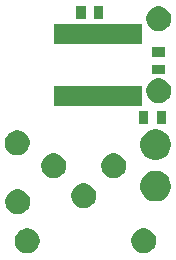
<source format=gbr>
G04 #@! TF.GenerationSoftware,KiCad,Pcbnew,(5.1.5-0-10_14)*
G04 #@! TF.CreationDate,2021-10-06T22:58:41+01:00*
G04 #@! TF.ProjectId,throwie,7468726f-7769-4652-9e6b-696361645f70,rev?*
G04 #@! TF.SameCoordinates,Original*
G04 #@! TF.FileFunction,Soldermask,Bot*
G04 #@! TF.FilePolarity,Negative*
%FSLAX46Y46*%
G04 Gerber Fmt 4.6, Leading zero omitted, Abs format (unit mm)*
G04 Created by KiCad (PCBNEW (5.1.5-0-10_14)) date 2021-10-06 22:58:41*
%MOMM*%
%LPD*%
G04 APERTURE LIST*
%ADD10C,0.100000*%
G04 APERTURE END LIST*
D10*
G36*
X54465708Y-86371837D02*
G01*
X54656977Y-86451063D01*
X54656979Y-86451064D01*
X54829117Y-86566083D01*
X54975509Y-86712475D01*
X55086220Y-86878165D01*
X55090529Y-86884615D01*
X55169755Y-87075884D01*
X55210144Y-87278932D01*
X55210144Y-87485964D01*
X55169755Y-87689012D01*
X55093200Y-87873833D01*
X55090528Y-87880283D01*
X54975509Y-88052421D01*
X54829117Y-88198813D01*
X54656979Y-88313832D01*
X54656978Y-88313833D01*
X54656977Y-88313833D01*
X54465708Y-88393059D01*
X54262660Y-88433448D01*
X54055628Y-88433448D01*
X53852580Y-88393059D01*
X53661311Y-88313833D01*
X53661310Y-88313833D01*
X53661309Y-88313832D01*
X53489171Y-88198813D01*
X53342779Y-88052421D01*
X53227760Y-87880283D01*
X53225088Y-87873833D01*
X53148533Y-87689012D01*
X53108144Y-87485964D01*
X53108144Y-87278932D01*
X53148533Y-87075884D01*
X53227759Y-86884615D01*
X53232069Y-86878165D01*
X53342779Y-86712475D01*
X53489171Y-86566083D01*
X53661309Y-86451064D01*
X53661311Y-86451063D01*
X53852580Y-86371837D01*
X54055628Y-86331448D01*
X54262660Y-86331448D01*
X54465708Y-86371837D01*
G37*
G36*
X64314564Y-86365389D02*
G01*
X64505833Y-86444615D01*
X64505835Y-86444616D01*
X64515485Y-86451064D01*
X64677973Y-86559635D01*
X64824365Y-86706027D01*
X64939385Y-86878167D01*
X65018611Y-87069436D01*
X65059000Y-87272484D01*
X65059000Y-87479516D01*
X65018611Y-87682564D01*
X64939385Y-87873833D01*
X64939384Y-87873835D01*
X64824365Y-88045973D01*
X64677973Y-88192365D01*
X64505835Y-88307384D01*
X64505834Y-88307385D01*
X64505833Y-88307385D01*
X64314564Y-88386611D01*
X64111516Y-88427000D01*
X63904484Y-88427000D01*
X63701436Y-88386611D01*
X63510167Y-88307385D01*
X63510166Y-88307385D01*
X63510165Y-88307384D01*
X63338027Y-88192365D01*
X63191635Y-88045973D01*
X63076616Y-87873835D01*
X63076615Y-87873833D01*
X62997389Y-87682564D01*
X62957000Y-87479516D01*
X62957000Y-87272484D01*
X62997389Y-87069436D01*
X63076615Y-86878167D01*
X63191635Y-86706027D01*
X63338027Y-86559635D01*
X63500515Y-86451064D01*
X63510165Y-86444616D01*
X63510167Y-86444615D01*
X63701436Y-86365389D01*
X63904484Y-86325000D01*
X64111516Y-86325000D01*
X64314564Y-86365389D01*
G37*
G36*
X53646564Y-83063389D02*
G01*
X53837833Y-83142615D01*
X53837835Y-83142616D01*
X54009973Y-83257635D01*
X54156365Y-83404027D01*
X54271385Y-83576167D01*
X54350611Y-83767436D01*
X54391000Y-83970484D01*
X54391000Y-84177516D01*
X54350611Y-84380564D01*
X54302222Y-84497385D01*
X54271384Y-84571835D01*
X54156365Y-84743973D01*
X54009973Y-84890365D01*
X53837835Y-85005384D01*
X53837834Y-85005385D01*
X53837833Y-85005385D01*
X53646564Y-85084611D01*
X53443516Y-85125000D01*
X53236484Y-85125000D01*
X53033436Y-85084611D01*
X52842167Y-85005385D01*
X52842166Y-85005385D01*
X52842165Y-85005384D01*
X52670027Y-84890365D01*
X52523635Y-84743973D01*
X52408616Y-84571835D01*
X52377778Y-84497385D01*
X52329389Y-84380564D01*
X52289000Y-84177516D01*
X52289000Y-83970484D01*
X52329389Y-83767436D01*
X52408615Y-83576167D01*
X52523635Y-83404027D01*
X52670027Y-83257635D01*
X52842165Y-83142616D01*
X52842167Y-83142615D01*
X53033436Y-83063389D01*
X53236484Y-83023000D01*
X53443516Y-83023000D01*
X53646564Y-83063389D01*
G37*
G36*
X59234564Y-82555389D02*
G01*
X59390218Y-82619863D01*
X59425835Y-82634616D01*
X59597973Y-82749635D01*
X59744365Y-82896027D01*
X59856193Y-83063389D01*
X59859385Y-83068167D01*
X59938611Y-83259436D01*
X59979000Y-83462484D01*
X59979000Y-83669516D01*
X59938611Y-83872564D01*
X59898051Y-83970484D01*
X59859384Y-84063835D01*
X59744365Y-84235973D01*
X59597973Y-84382365D01*
X59425835Y-84497384D01*
X59425834Y-84497385D01*
X59425833Y-84497385D01*
X59234564Y-84576611D01*
X59031516Y-84617000D01*
X58824484Y-84617000D01*
X58621436Y-84576611D01*
X58430167Y-84497385D01*
X58430166Y-84497385D01*
X58430165Y-84497384D01*
X58258027Y-84382365D01*
X58111635Y-84235973D01*
X57996616Y-84063835D01*
X57957949Y-83970484D01*
X57917389Y-83872564D01*
X57877000Y-83669516D01*
X57877000Y-83462484D01*
X57917389Y-83259436D01*
X57996615Y-83068167D01*
X57999808Y-83063389D01*
X58111635Y-82896027D01*
X58258027Y-82749635D01*
X58430165Y-82634616D01*
X58465782Y-82619863D01*
X58621436Y-82555389D01*
X58824484Y-82515000D01*
X59031516Y-82515000D01*
X59234564Y-82555389D01*
G37*
G36*
X65403487Y-81496996D02*
G01*
X65640253Y-81595068D01*
X65640255Y-81595069D01*
X65853339Y-81737447D01*
X66034553Y-81918661D01*
X66140352Y-82077000D01*
X66176932Y-82131747D01*
X66275004Y-82368513D01*
X66325000Y-82619861D01*
X66325000Y-82876139D01*
X66275004Y-83127487D01*
X66176932Y-83364253D01*
X66176931Y-83364255D01*
X66034553Y-83577339D01*
X65853339Y-83758553D01*
X65640255Y-83900931D01*
X65640254Y-83900932D01*
X65640253Y-83900932D01*
X65403487Y-83999004D01*
X65152139Y-84049000D01*
X64895861Y-84049000D01*
X64644513Y-83999004D01*
X64407747Y-83900932D01*
X64407746Y-83900932D01*
X64407745Y-83900931D01*
X64194661Y-83758553D01*
X64013447Y-83577339D01*
X63871069Y-83364255D01*
X63871068Y-83364253D01*
X63772996Y-83127487D01*
X63723000Y-82876139D01*
X63723000Y-82619861D01*
X63772996Y-82368513D01*
X63871068Y-82131747D01*
X63907649Y-82077000D01*
X64013447Y-81918661D01*
X64194661Y-81737447D01*
X64407745Y-81595069D01*
X64407747Y-81595068D01*
X64644513Y-81496996D01*
X64895861Y-81447000D01*
X65152139Y-81447000D01*
X65403487Y-81496996D01*
G37*
G36*
X61774564Y-80015389D02*
G01*
X61941932Y-80084715D01*
X61965835Y-80094616D01*
X62137973Y-80209635D01*
X62284365Y-80356027D01*
X62379899Y-80499003D01*
X62399385Y-80528167D01*
X62478611Y-80719436D01*
X62519000Y-80922484D01*
X62519000Y-81129516D01*
X62478611Y-81332564D01*
X62431210Y-81447000D01*
X62399384Y-81523835D01*
X62284365Y-81695973D01*
X62137973Y-81842365D01*
X61965835Y-81957384D01*
X61965834Y-81957385D01*
X61965833Y-81957385D01*
X61774564Y-82036611D01*
X61571516Y-82077000D01*
X61364484Y-82077000D01*
X61161436Y-82036611D01*
X60970167Y-81957385D01*
X60970166Y-81957385D01*
X60970165Y-81957384D01*
X60798027Y-81842365D01*
X60651635Y-81695973D01*
X60536616Y-81523835D01*
X60504790Y-81447000D01*
X60457389Y-81332564D01*
X60417000Y-81129516D01*
X60417000Y-80922484D01*
X60457389Y-80719436D01*
X60536615Y-80528167D01*
X60556102Y-80499003D01*
X60651635Y-80356027D01*
X60798027Y-80209635D01*
X60970165Y-80094616D01*
X60994068Y-80084715D01*
X61161436Y-80015389D01*
X61364484Y-79975000D01*
X61571516Y-79975000D01*
X61774564Y-80015389D01*
G37*
G36*
X56694564Y-80015389D02*
G01*
X56861932Y-80084715D01*
X56885835Y-80094616D01*
X57057973Y-80209635D01*
X57204365Y-80356027D01*
X57299899Y-80499003D01*
X57319385Y-80528167D01*
X57398611Y-80719436D01*
X57439000Y-80922484D01*
X57439000Y-81129516D01*
X57398611Y-81332564D01*
X57351210Y-81447000D01*
X57319384Y-81523835D01*
X57204365Y-81695973D01*
X57057973Y-81842365D01*
X56885835Y-81957384D01*
X56885834Y-81957385D01*
X56885833Y-81957385D01*
X56694564Y-82036611D01*
X56491516Y-82077000D01*
X56284484Y-82077000D01*
X56081436Y-82036611D01*
X55890167Y-81957385D01*
X55890166Y-81957385D01*
X55890165Y-81957384D01*
X55718027Y-81842365D01*
X55571635Y-81695973D01*
X55456616Y-81523835D01*
X55424790Y-81447000D01*
X55377389Y-81332564D01*
X55337000Y-81129516D01*
X55337000Y-80922484D01*
X55377389Y-80719436D01*
X55456615Y-80528167D01*
X55476102Y-80499003D01*
X55571635Y-80356027D01*
X55718027Y-80209635D01*
X55890165Y-80094616D01*
X55914068Y-80084715D01*
X56081436Y-80015389D01*
X56284484Y-79975000D01*
X56491516Y-79975000D01*
X56694564Y-80015389D01*
G37*
G36*
X65403487Y-77996996D02*
G01*
X65640253Y-78095068D01*
X65640255Y-78095069D01*
X65853339Y-78237447D01*
X66034553Y-78418661D01*
X66139865Y-78576271D01*
X66176932Y-78631747D01*
X66275004Y-78868513D01*
X66325000Y-79119861D01*
X66325000Y-79376139D01*
X66275004Y-79627487D01*
X66176932Y-79864253D01*
X66176931Y-79864255D01*
X66034553Y-80077339D01*
X65853339Y-80258553D01*
X65640255Y-80400931D01*
X65640254Y-80400932D01*
X65640253Y-80400932D01*
X65403487Y-80499004D01*
X65152139Y-80549000D01*
X64895861Y-80549000D01*
X64644513Y-80499004D01*
X64407747Y-80400932D01*
X64407746Y-80400932D01*
X64407745Y-80400931D01*
X64194661Y-80258553D01*
X64013447Y-80077339D01*
X63871069Y-79864255D01*
X63871068Y-79864253D01*
X63772996Y-79627487D01*
X63723000Y-79376139D01*
X63723000Y-79119861D01*
X63772996Y-78868513D01*
X63871068Y-78631747D01*
X63908136Y-78576271D01*
X64013447Y-78418661D01*
X64194661Y-78237447D01*
X64407745Y-78095069D01*
X64407747Y-78095068D01*
X64644513Y-77996996D01*
X64895861Y-77947000D01*
X65152139Y-77947000D01*
X65403487Y-77996996D01*
G37*
G36*
X53614285Y-78063493D02*
G01*
X53805554Y-78142719D01*
X53805556Y-78142720D01*
X53947325Y-78237447D01*
X53977694Y-78257739D01*
X54124086Y-78404131D01*
X54239106Y-78576271D01*
X54318332Y-78767540D01*
X54358721Y-78970588D01*
X54358721Y-79177620D01*
X54318332Y-79380668D01*
X54239106Y-79571937D01*
X54239105Y-79571939D01*
X54124086Y-79744077D01*
X53977694Y-79890469D01*
X53805556Y-80005488D01*
X53805555Y-80005489D01*
X53805554Y-80005489D01*
X53614285Y-80084715D01*
X53411237Y-80125104D01*
X53204205Y-80125104D01*
X53001157Y-80084715D01*
X52809888Y-80005489D01*
X52809887Y-80005489D01*
X52809886Y-80005488D01*
X52637748Y-79890469D01*
X52491356Y-79744077D01*
X52376337Y-79571939D01*
X52376336Y-79571937D01*
X52297110Y-79380668D01*
X52256721Y-79177620D01*
X52256721Y-78970588D01*
X52297110Y-78767540D01*
X52376336Y-78576271D01*
X52491356Y-78404131D01*
X52637748Y-78257739D01*
X52668117Y-78237447D01*
X52809886Y-78142720D01*
X52809888Y-78142719D01*
X53001157Y-78063493D01*
X53204205Y-78023104D01*
X53411237Y-78023104D01*
X53614285Y-78063493D01*
G37*
G36*
X65909000Y-77513000D02*
G01*
X65107000Y-77513000D01*
X65107000Y-76411000D01*
X65909000Y-76411000D01*
X65909000Y-77513000D01*
G37*
G36*
X64409000Y-77513000D02*
G01*
X63607000Y-77513000D01*
X63607000Y-76411000D01*
X64409000Y-76411000D01*
X64409000Y-77513000D01*
G37*
G36*
X63893000Y-76001000D02*
G01*
X56391000Y-76001000D01*
X56391000Y-74299000D01*
X63893000Y-74299000D01*
X63893000Y-76001000D01*
G37*
G36*
X65584564Y-73665389D02*
G01*
X65775833Y-73744615D01*
X65775835Y-73744616D01*
X65947973Y-73859635D01*
X66094365Y-74006027D01*
X66209385Y-74178167D01*
X66288611Y-74369436D01*
X66329000Y-74572484D01*
X66329000Y-74779516D01*
X66288611Y-74982564D01*
X66209385Y-75173833D01*
X66209384Y-75173835D01*
X66094365Y-75345973D01*
X65947973Y-75492365D01*
X65775835Y-75607384D01*
X65775834Y-75607385D01*
X65775833Y-75607385D01*
X65584564Y-75686611D01*
X65381516Y-75727000D01*
X65174484Y-75727000D01*
X64971436Y-75686611D01*
X64780167Y-75607385D01*
X64780166Y-75607385D01*
X64780165Y-75607384D01*
X64608027Y-75492365D01*
X64461635Y-75345973D01*
X64346616Y-75173835D01*
X64346615Y-75173833D01*
X64267389Y-74982564D01*
X64227000Y-74779516D01*
X64227000Y-74572484D01*
X64267389Y-74369436D01*
X64346615Y-74178167D01*
X64461635Y-74006027D01*
X64608027Y-73859635D01*
X64780165Y-73744616D01*
X64780167Y-73744615D01*
X64971436Y-73665389D01*
X65174484Y-73625000D01*
X65381516Y-73625000D01*
X65584564Y-73665389D01*
G37*
G36*
X65829000Y-73299000D02*
G01*
X64727000Y-73299000D01*
X64727000Y-72497000D01*
X65829000Y-72497000D01*
X65829000Y-73299000D01*
G37*
G36*
X65829000Y-71799000D02*
G01*
X64727000Y-71799000D01*
X64727000Y-70997000D01*
X65829000Y-70997000D01*
X65829000Y-71799000D01*
G37*
G36*
X63878000Y-70701000D02*
G01*
X56391000Y-70701000D01*
X56391000Y-68999000D01*
X63878000Y-68999000D01*
X63878000Y-70701000D01*
G37*
G36*
X65584564Y-67569389D02*
G01*
X65775833Y-67648615D01*
X65775835Y-67648616D01*
X65947973Y-67763635D01*
X66094365Y-67910027D01*
X66209385Y-68082167D01*
X66288611Y-68273436D01*
X66329000Y-68476484D01*
X66329000Y-68683516D01*
X66288611Y-68886564D01*
X66209385Y-69077833D01*
X66209384Y-69077835D01*
X66094365Y-69249973D01*
X65947973Y-69396365D01*
X65775835Y-69511384D01*
X65775834Y-69511385D01*
X65775833Y-69511385D01*
X65584564Y-69590611D01*
X65381516Y-69631000D01*
X65174484Y-69631000D01*
X64971436Y-69590611D01*
X64780167Y-69511385D01*
X64780166Y-69511385D01*
X64780165Y-69511384D01*
X64608027Y-69396365D01*
X64461635Y-69249973D01*
X64346616Y-69077835D01*
X64346615Y-69077833D01*
X64267389Y-68886564D01*
X64227000Y-68683516D01*
X64227000Y-68476484D01*
X64267389Y-68273436D01*
X64346615Y-68082167D01*
X64461635Y-67910027D01*
X64608027Y-67763635D01*
X64780165Y-67648616D01*
X64780167Y-67648615D01*
X64971436Y-67569389D01*
X65174484Y-67529000D01*
X65381516Y-67529000D01*
X65584564Y-67569389D01*
G37*
G36*
X59099000Y-68623000D02*
G01*
X58297000Y-68623000D01*
X58297000Y-67521000D01*
X59099000Y-67521000D01*
X59099000Y-68623000D01*
G37*
G36*
X60599000Y-68623000D02*
G01*
X59797000Y-68623000D01*
X59797000Y-67521000D01*
X60599000Y-67521000D01*
X60599000Y-68623000D01*
G37*
M02*

</source>
